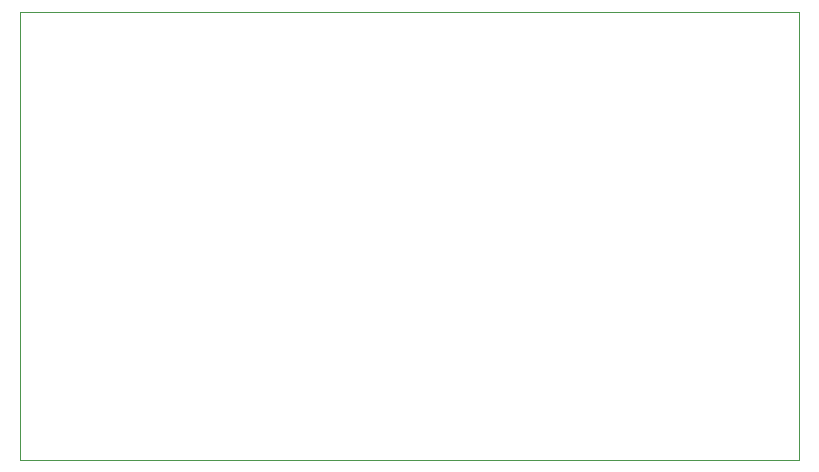
<source format=gbr>
%TF.GenerationSoftware,KiCad,Pcbnew,9.0.6*%
%TF.CreationDate,2026-01-01T16:42:10+02:00*%
%TF.ProjectId,RouterSupplySwitcherSource,526f7574-6572-4537-9570-706c79537769,rev?*%
%TF.SameCoordinates,Original*%
%TF.FileFunction,Profile,NP*%
%FSLAX46Y46*%
G04 Gerber Fmt 4.6, Leading zero omitted, Abs format (unit mm)*
G04 Created by KiCad (PCBNEW 9.0.6) date 2026-01-01 16:42:10*
%MOMM*%
%LPD*%
G01*
G04 APERTURE LIST*
%TA.AperFunction,Profile*%
%ADD10C,0.050000*%
%TD*%
G04 APERTURE END LIST*
D10*
X102500000Y-71500000D02*
X168500000Y-71500000D01*
X168500000Y-109500000D01*
X102500000Y-109500000D01*
X102500000Y-71500000D01*
M02*

</source>
